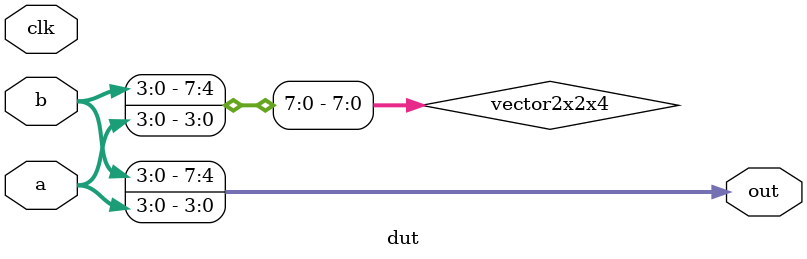
<source format=sv>
/* Generated by Synlig (git sha1 896361b1c, g++ 12.2.0-14 -fPIC -O3) */

(* top =  1  *)
(* src = "/root/synlig/synlig/tests/simple_tests/MultiDimHierPath6/dut.sv:1.1-15.10" *)
module dut(clk, a, b, out);
  (* src = "/root/synlig/synlig/tests/simple_tests/MultiDimHierPath6/dut.sv:3.29-3.30" *)
  input [3:0] a;
  wire [3:0] a;
  (* src = "/root/synlig/synlig/tests/simple_tests/MultiDimHierPath6/dut.sv:4.29-4.30" *)
  input [3:0] b;
  wire [3:0] b;
  (* src = "/root/synlig/synlig/tests/simple_tests/MultiDimHierPath6/dut.sv:2.17-2.20" *)
  input clk;
  wire clk;
  (* src = "/root/synlig/synlig/tests/simple_tests/MultiDimHierPath6/dut.sv:5.29-5.32" *)
  output [7:0] out;
  wire [7:0] out;
  (* src = "/root/synlig/synlig/tests/simple_tests/MultiDimHierPath6/dut.sv:9.20-9.31" *)
  (* unused_bits = "8 9 10 11 12 13 14 15" *)
  (* wiretype = "\\logic2x4" *)
  wire [15:0] vector2x2x4;
  assign out = { b, a };
  assign vector2x2x4[7:0] = { b, a };
endmodule

</source>
